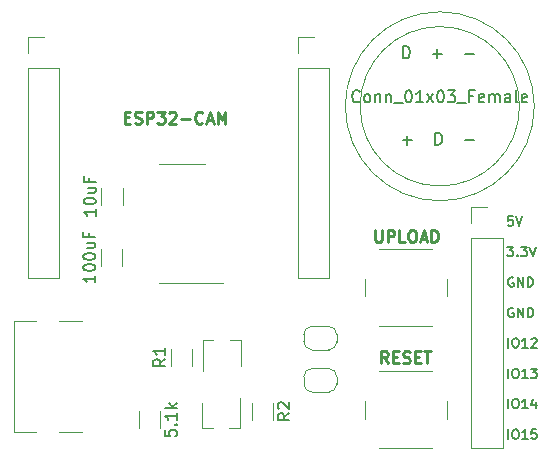
<source format=gbr>
%TF.GenerationSoftware,KiCad,Pcbnew,(6.0.2)*%
%TF.CreationDate,2023-02-15T15:55:09+01:00*%
%TF.ProjectId,usb,7573622e-6b69-4636-9164-5f7063625858,rev?*%
%TF.SameCoordinates,Original*%
%TF.FileFunction,Legend,Top*%
%TF.FilePolarity,Positive*%
%FSLAX46Y46*%
G04 Gerber Fmt 4.6, Leading zero omitted, Abs format (unit mm)*
G04 Created by KiCad (PCBNEW (6.0.2)) date 2023-02-15 15:55:09*
%MOMM*%
%LPD*%
G01*
G04 APERTURE LIST*
%ADD10C,0.150000*%
%ADD11C,0.250000*%
%ADD12C,0.120000*%
G04 APERTURE END LIST*
D10*
X83986190Y-117401428D02*
X84748095Y-117401428D01*
X84367142Y-117782380D02*
X84367142Y-117020476D01*
X86748095Y-117782380D02*
X86748095Y-116782380D01*
X86986190Y-116782380D01*
X87129047Y-116830000D01*
X87224285Y-116925238D01*
X87271904Y-117020476D01*
X87319523Y-117210952D01*
X87319523Y-117353809D01*
X87271904Y-117544285D01*
X87224285Y-117639523D01*
X87129047Y-117734761D01*
X86986190Y-117782380D01*
X86748095Y-117782380D01*
X89271904Y-117401428D02*
X90033809Y-117401428D01*
X84006190Y-110462380D02*
X84006190Y-109462380D01*
X84244285Y-109462380D01*
X84387142Y-109510000D01*
X84482380Y-109605238D01*
X84530000Y-109700476D01*
X84577619Y-109890952D01*
X84577619Y-110033809D01*
X84530000Y-110224285D01*
X84482380Y-110319523D01*
X84387142Y-110414761D01*
X84244285Y-110462380D01*
X84006190Y-110462380D01*
X86530000Y-110081428D02*
X87291904Y-110081428D01*
X86910952Y-110462380D02*
X86910952Y-109700476D01*
X89291904Y-110081428D02*
X90053809Y-110081428D01*
X93298928Y-123855904D02*
X92917976Y-123855904D01*
X92879880Y-124236857D01*
X92917976Y-124198761D01*
X92994166Y-124160666D01*
X93184642Y-124160666D01*
X93260833Y-124198761D01*
X93298928Y-124236857D01*
X93337023Y-124313047D01*
X93337023Y-124503523D01*
X93298928Y-124579714D01*
X93260833Y-124617809D01*
X93184642Y-124655904D01*
X92994166Y-124655904D01*
X92917976Y-124617809D01*
X92879880Y-124579714D01*
X93565595Y-123855904D02*
X93832261Y-124655904D01*
X94098928Y-123855904D01*
X92841785Y-126431904D02*
X93337023Y-126431904D01*
X93070357Y-126736666D01*
X93184642Y-126736666D01*
X93260833Y-126774761D01*
X93298928Y-126812857D01*
X93337023Y-126889047D01*
X93337023Y-127079523D01*
X93298928Y-127155714D01*
X93260833Y-127193809D01*
X93184642Y-127231904D01*
X92956071Y-127231904D01*
X92879880Y-127193809D01*
X92841785Y-127155714D01*
X93679880Y-127155714D02*
X93717976Y-127193809D01*
X93679880Y-127231904D01*
X93641785Y-127193809D01*
X93679880Y-127155714D01*
X93679880Y-127231904D01*
X93984642Y-126431904D02*
X94479880Y-126431904D01*
X94213214Y-126736666D01*
X94327500Y-126736666D01*
X94403690Y-126774761D01*
X94441785Y-126812857D01*
X94479880Y-126889047D01*
X94479880Y-127079523D01*
X94441785Y-127155714D01*
X94403690Y-127193809D01*
X94327500Y-127231904D01*
X94098928Y-127231904D01*
X94022738Y-127193809D01*
X93984642Y-127155714D01*
X94708452Y-126431904D02*
X94975119Y-127231904D01*
X95241785Y-126431904D01*
X93337023Y-129046000D02*
X93260833Y-129007904D01*
X93146547Y-129007904D01*
X93032261Y-129046000D01*
X92956071Y-129122190D01*
X92917976Y-129198380D01*
X92879880Y-129350761D01*
X92879880Y-129465047D01*
X92917976Y-129617428D01*
X92956071Y-129693619D01*
X93032261Y-129769809D01*
X93146547Y-129807904D01*
X93222738Y-129807904D01*
X93337023Y-129769809D01*
X93375119Y-129731714D01*
X93375119Y-129465047D01*
X93222738Y-129465047D01*
X93717976Y-129807904D02*
X93717976Y-129007904D01*
X94175119Y-129807904D01*
X94175119Y-129007904D01*
X94556071Y-129807904D02*
X94556071Y-129007904D01*
X94746547Y-129007904D01*
X94860833Y-129046000D01*
X94937023Y-129122190D01*
X94975119Y-129198380D01*
X95013214Y-129350761D01*
X95013214Y-129465047D01*
X94975119Y-129617428D01*
X94937023Y-129693619D01*
X94860833Y-129769809D01*
X94746547Y-129807904D01*
X94556071Y-129807904D01*
X93337023Y-131622000D02*
X93260833Y-131583904D01*
X93146547Y-131583904D01*
X93032261Y-131622000D01*
X92956071Y-131698190D01*
X92917976Y-131774380D01*
X92879880Y-131926761D01*
X92879880Y-132041047D01*
X92917976Y-132193428D01*
X92956071Y-132269619D01*
X93032261Y-132345809D01*
X93146547Y-132383904D01*
X93222738Y-132383904D01*
X93337023Y-132345809D01*
X93375119Y-132307714D01*
X93375119Y-132041047D01*
X93222738Y-132041047D01*
X93717976Y-132383904D02*
X93717976Y-131583904D01*
X94175119Y-132383904D01*
X94175119Y-131583904D01*
X94556071Y-132383904D02*
X94556071Y-131583904D01*
X94746547Y-131583904D01*
X94860833Y-131622000D01*
X94937023Y-131698190D01*
X94975119Y-131774380D01*
X95013214Y-131926761D01*
X95013214Y-132041047D01*
X94975119Y-132193428D01*
X94937023Y-132269619D01*
X94860833Y-132345809D01*
X94746547Y-132383904D01*
X94556071Y-132383904D01*
X92917976Y-134959904D02*
X92917976Y-134159904D01*
X93451309Y-134159904D02*
X93603690Y-134159904D01*
X93679880Y-134198000D01*
X93756071Y-134274190D01*
X93794166Y-134426571D01*
X93794166Y-134693238D01*
X93756071Y-134845619D01*
X93679880Y-134921809D01*
X93603690Y-134959904D01*
X93451309Y-134959904D01*
X93375119Y-134921809D01*
X93298928Y-134845619D01*
X93260833Y-134693238D01*
X93260833Y-134426571D01*
X93298928Y-134274190D01*
X93375119Y-134198000D01*
X93451309Y-134159904D01*
X94556071Y-134959904D02*
X94098928Y-134959904D01*
X94327500Y-134959904D02*
X94327500Y-134159904D01*
X94251309Y-134274190D01*
X94175119Y-134350380D01*
X94098928Y-134388476D01*
X94860833Y-134236095D02*
X94898928Y-134198000D01*
X94975119Y-134159904D01*
X95165595Y-134159904D01*
X95241785Y-134198000D01*
X95279880Y-134236095D01*
X95317976Y-134312285D01*
X95317976Y-134388476D01*
X95279880Y-134502761D01*
X94822738Y-134959904D01*
X95317976Y-134959904D01*
X92917976Y-137535904D02*
X92917976Y-136735904D01*
X93451309Y-136735904D02*
X93603690Y-136735904D01*
X93679880Y-136774000D01*
X93756071Y-136850190D01*
X93794166Y-137002571D01*
X93794166Y-137269238D01*
X93756071Y-137421619D01*
X93679880Y-137497809D01*
X93603690Y-137535904D01*
X93451309Y-137535904D01*
X93375119Y-137497809D01*
X93298928Y-137421619D01*
X93260833Y-137269238D01*
X93260833Y-137002571D01*
X93298928Y-136850190D01*
X93375119Y-136774000D01*
X93451309Y-136735904D01*
X94556071Y-137535904D02*
X94098928Y-137535904D01*
X94327500Y-137535904D02*
X94327500Y-136735904D01*
X94251309Y-136850190D01*
X94175119Y-136926380D01*
X94098928Y-136964476D01*
X94822738Y-136735904D02*
X95317976Y-136735904D01*
X95051309Y-137040666D01*
X95165595Y-137040666D01*
X95241785Y-137078761D01*
X95279880Y-137116857D01*
X95317976Y-137193047D01*
X95317976Y-137383523D01*
X95279880Y-137459714D01*
X95241785Y-137497809D01*
X95165595Y-137535904D01*
X94937023Y-137535904D01*
X94860833Y-137497809D01*
X94822738Y-137459714D01*
X92917976Y-140111904D02*
X92917976Y-139311904D01*
X93451309Y-139311904D02*
X93603690Y-139311904D01*
X93679880Y-139350000D01*
X93756071Y-139426190D01*
X93794166Y-139578571D01*
X93794166Y-139845238D01*
X93756071Y-139997619D01*
X93679880Y-140073809D01*
X93603690Y-140111904D01*
X93451309Y-140111904D01*
X93375119Y-140073809D01*
X93298928Y-139997619D01*
X93260833Y-139845238D01*
X93260833Y-139578571D01*
X93298928Y-139426190D01*
X93375119Y-139350000D01*
X93451309Y-139311904D01*
X94556071Y-140111904D02*
X94098928Y-140111904D01*
X94327500Y-140111904D02*
X94327500Y-139311904D01*
X94251309Y-139426190D01*
X94175119Y-139502380D01*
X94098928Y-139540476D01*
X95241785Y-139578571D02*
X95241785Y-140111904D01*
X95051309Y-139273809D02*
X94860833Y-139845238D01*
X95356071Y-139845238D01*
X92917976Y-142687904D02*
X92917976Y-141887904D01*
X93451309Y-141887904D02*
X93603690Y-141887904D01*
X93679880Y-141926000D01*
X93756071Y-142002190D01*
X93794166Y-142154571D01*
X93794166Y-142421238D01*
X93756071Y-142573619D01*
X93679880Y-142649809D01*
X93603690Y-142687904D01*
X93451309Y-142687904D01*
X93375119Y-142649809D01*
X93298928Y-142573619D01*
X93260833Y-142421238D01*
X93260833Y-142154571D01*
X93298928Y-142002190D01*
X93375119Y-141926000D01*
X93451309Y-141887904D01*
X94556071Y-142687904D02*
X94098928Y-142687904D01*
X94327500Y-142687904D02*
X94327500Y-141887904D01*
X94251309Y-142002190D01*
X94175119Y-142078380D01*
X94098928Y-142116476D01*
X95279880Y-141887904D02*
X94898928Y-141887904D01*
X94860833Y-142268857D01*
X94898928Y-142230761D01*
X94975119Y-142192666D01*
X95165595Y-142192666D01*
X95241785Y-142230761D01*
X95279880Y-142268857D01*
X95317976Y-142345047D01*
X95317976Y-142535523D01*
X95279880Y-142611714D01*
X95241785Y-142649809D01*
X95165595Y-142687904D01*
X94975119Y-142687904D01*
X94898928Y-142649809D01*
X94860833Y-142611714D01*
D11*
X81647142Y-125022380D02*
X81647142Y-125831904D01*
X81694761Y-125927142D01*
X81742380Y-125974761D01*
X81837619Y-126022380D01*
X82028095Y-126022380D01*
X82123333Y-125974761D01*
X82170952Y-125927142D01*
X82218571Y-125831904D01*
X82218571Y-125022380D01*
X82694761Y-126022380D02*
X82694761Y-125022380D01*
X83075714Y-125022380D01*
X83170952Y-125070000D01*
X83218571Y-125117619D01*
X83266190Y-125212857D01*
X83266190Y-125355714D01*
X83218571Y-125450952D01*
X83170952Y-125498571D01*
X83075714Y-125546190D01*
X82694761Y-125546190D01*
X84170952Y-126022380D02*
X83694761Y-126022380D01*
X83694761Y-125022380D01*
X84694761Y-125022380D02*
X84885238Y-125022380D01*
X84980476Y-125070000D01*
X85075714Y-125165238D01*
X85123333Y-125355714D01*
X85123333Y-125689047D01*
X85075714Y-125879523D01*
X84980476Y-125974761D01*
X84885238Y-126022380D01*
X84694761Y-126022380D01*
X84599523Y-125974761D01*
X84504285Y-125879523D01*
X84456666Y-125689047D01*
X84456666Y-125355714D01*
X84504285Y-125165238D01*
X84599523Y-125070000D01*
X84694761Y-125022380D01*
X85504285Y-125736666D02*
X85980476Y-125736666D01*
X85409047Y-126022380D02*
X85742380Y-125022380D01*
X86075714Y-126022380D01*
X86409047Y-126022380D02*
X86409047Y-125022380D01*
X86647142Y-125022380D01*
X86790000Y-125070000D01*
X86885238Y-125165238D01*
X86932857Y-125260476D01*
X86980476Y-125450952D01*
X86980476Y-125593809D01*
X86932857Y-125784285D01*
X86885238Y-125879523D01*
X86790000Y-125974761D01*
X86647142Y-126022380D01*
X86409047Y-126022380D01*
X82727619Y-136272380D02*
X82394285Y-135796190D01*
X82156190Y-136272380D02*
X82156190Y-135272380D01*
X82537142Y-135272380D01*
X82632380Y-135320000D01*
X82680000Y-135367619D01*
X82727619Y-135462857D01*
X82727619Y-135605714D01*
X82680000Y-135700952D01*
X82632380Y-135748571D01*
X82537142Y-135796190D01*
X82156190Y-135796190D01*
X83156190Y-135748571D02*
X83489523Y-135748571D01*
X83632380Y-136272380D02*
X83156190Y-136272380D01*
X83156190Y-135272380D01*
X83632380Y-135272380D01*
X84013333Y-136224761D02*
X84156190Y-136272380D01*
X84394285Y-136272380D01*
X84489523Y-136224761D01*
X84537142Y-136177142D01*
X84584761Y-136081904D01*
X84584761Y-135986666D01*
X84537142Y-135891428D01*
X84489523Y-135843809D01*
X84394285Y-135796190D01*
X84203809Y-135748571D01*
X84108571Y-135700952D01*
X84060952Y-135653333D01*
X84013333Y-135558095D01*
X84013333Y-135462857D01*
X84060952Y-135367619D01*
X84108571Y-135320000D01*
X84203809Y-135272380D01*
X84441904Y-135272380D01*
X84584761Y-135320000D01*
X85013333Y-135748571D02*
X85346666Y-135748571D01*
X85489523Y-136272380D02*
X85013333Y-136272380D01*
X85013333Y-135272380D01*
X85489523Y-135272380D01*
X85775238Y-135272380D02*
X86346666Y-135272380D01*
X86060952Y-136272380D02*
X86060952Y-135272380D01*
X60448095Y-115478571D02*
X60781428Y-115478571D01*
X60924285Y-116002380D02*
X60448095Y-116002380D01*
X60448095Y-115002380D01*
X60924285Y-115002380D01*
X61305238Y-115954761D02*
X61448095Y-116002380D01*
X61686190Y-116002380D01*
X61781428Y-115954761D01*
X61829047Y-115907142D01*
X61876666Y-115811904D01*
X61876666Y-115716666D01*
X61829047Y-115621428D01*
X61781428Y-115573809D01*
X61686190Y-115526190D01*
X61495714Y-115478571D01*
X61400476Y-115430952D01*
X61352857Y-115383333D01*
X61305238Y-115288095D01*
X61305238Y-115192857D01*
X61352857Y-115097619D01*
X61400476Y-115050000D01*
X61495714Y-115002380D01*
X61733809Y-115002380D01*
X61876666Y-115050000D01*
X62305238Y-116002380D02*
X62305238Y-115002380D01*
X62686190Y-115002380D01*
X62781428Y-115050000D01*
X62829047Y-115097619D01*
X62876666Y-115192857D01*
X62876666Y-115335714D01*
X62829047Y-115430952D01*
X62781428Y-115478571D01*
X62686190Y-115526190D01*
X62305238Y-115526190D01*
X63210000Y-115002380D02*
X63829047Y-115002380D01*
X63495714Y-115383333D01*
X63638571Y-115383333D01*
X63733809Y-115430952D01*
X63781428Y-115478571D01*
X63829047Y-115573809D01*
X63829047Y-115811904D01*
X63781428Y-115907142D01*
X63733809Y-115954761D01*
X63638571Y-116002380D01*
X63352857Y-116002380D01*
X63257619Y-115954761D01*
X63210000Y-115907142D01*
X64210000Y-115097619D02*
X64257619Y-115050000D01*
X64352857Y-115002380D01*
X64590952Y-115002380D01*
X64686190Y-115050000D01*
X64733809Y-115097619D01*
X64781428Y-115192857D01*
X64781428Y-115288095D01*
X64733809Y-115430952D01*
X64162380Y-116002380D01*
X64781428Y-116002380D01*
X65210000Y-115621428D02*
X65971904Y-115621428D01*
X67019523Y-115907142D02*
X66971904Y-115954761D01*
X66829047Y-116002380D01*
X66733809Y-116002380D01*
X66590952Y-115954761D01*
X66495714Y-115859523D01*
X66448095Y-115764285D01*
X66400476Y-115573809D01*
X66400476Y-115430952D01*
X66448095Y-115240476D01*
X66495714Y-115145238D01*
X66590952Y-115050000D01*
X66733809Y-115002380D01*
X66829047Y-115002380D01*
X66971904Y-115050000D01*
X67019523Y-115097619D01*
X67400476Y-115716666D02*
X67876666Y-115716666D01*
X67305238Y-116002380D02*
X67638571Y-115002380D01*
X67971904Y-116002380D01*
X68305238Y-116002380D02*
X68305238Y-115002380D01*
X68638571Y-115716666D01*
X68971904Y-115002380D01*
X68971904Y-116002380D01*
D10*
%TO.C,J4*%
X80324285Y-114097142D02*
X80276666Y-114144761D01*
X80133809Y-114192380D01*
X80038571Y-114192380D01*
X79895714Y-114144761D01*
X79800476Y-114049523D01*
X79752857Y-113954285D01*
X79705238Y-113763809D01*
X79705238Y-113620952D01*
X79752857Y-113430476D01*
X79800476Y-113335238D01*
X79895714Y-113240000D01*
X80038571Y-113192380D01*
X80133809Y-113192380D01*
X80276666Y-113240000D01*
X80324285Y-113287619D01*
X80895714Y-114192380D02*
X80800476Y-114144761D01*
X80752857Y-114097142D01*
X80705238Y-114001904D01*
X80705238Y-113716190D01*
X80752857Y-113620952D01*
X80800476Y-113573333D01*
X80895714Y-113525714D01*
X81038571Y-113525714D01*
X81133809Y-113573333D01*
X81181428Y-113620952D01*
X81229047Y-113716190D01*
X81229047Y-114001904D01*
X81181428Y-114097142D01*
X81133809Y-114144761D01*
X81038571Y-114192380D01*
X80895714Y-114192380D01*
X81657619Y-113525714D02*
X81657619Y-114192380D01*
X81657619Y-113620952D02*
X81705238Y-113573333D01*
X81800476Y-113525714D01*
X81943333Y-113525714D01*
X82038571Y-113573333D01*
X82086190Y-113668571D01*
X82086190Y-114192380D01*
X82562380Y-113525714D02*
X82562380Y-114192380D01*
X82562380Y-113620952D02*
X82610000Y-113573333D01*
X82705238Y-113525714D01*
X82848095Y-113525714D01*
X82943333Y-113573333D01*
X82990952Y-113668571D01*
X82990952Y-114192380D01*
X83229047Y-114287619D02*
X83990952Y-114287619D01*
X84419523Y-113192380D02*
X84514761Y-113192380D01*
X84610000Y-113240000D01*
X84657619Y-113287619D01*
X84705238Y-113382857D01*
X84752857Y-113573333D01*
X84752857Y-113811428D01*
X84705238Y-114001904D01*
X84657619Y-114097142D01*
X84610000Y-114144761D01*
X84514761Y-114192380D01*
X84419523Y-114192380D01*
X84324285Y-114144761D01*
X84276666Y-114097142D01*
X84229047Y-114001904D01*
X84181428Y-113811428D01*
X84181428Y-113573333D01*
X84229047Y-113382857D01*
X84276666Y-113287619D01*
X84324285Y-113240000D01*
X84419523Y-113192380D01*
X85705238Y-114192380D02*
X85133809Y-114192380D01*
X85419523Y-114192380D02*
X85419523Y-113192380D01*
X85324285Y-113335238D01*
X85229047Y-113430476D01*
X85133809Y-113478095D01*
X86038571Y-114192380D02*
X86562380Y-113525714D01*
X86038571Y-113525714D02*
X86562380Y-114192380D01*
X87133809Y-113192380D02*
X87229047Y-113192380D01*
X87324285Y-113240000D01*
X87371904Y-113287619D01*
X87419523Y-113382857D01*
X87467142Y-113573333D01*
X87467142Y-113811428D01*
X87419523Y-114001904D01*
X87371904Y-114097142D01*
X87324285Y-114144761D01*
X87229047Y-114192380D01*
X87133809Y-114192380D01*
X87038571Y-114144761D01*
X86990952Y-114097142D01*
X86943333Y-114001904D01*
X86895714Y-113811428D01*
X86895714Y-113573333D01*
X86943333Y-113382857D01*
X86990952Y-113287619D01*
X87038571Y-113240000D01*
X87133809Y-113192380D01*
X87800476Y-113192380D02*
X88419523Y-113192380D01*
X88086190Y-113573333D01*
X88229047Y-113573333D01*
X88324285Y-113620952D01*
X88371904Y-113668571D01*
X88419523Y-113763809D01*
X88419523Y-114001904D01*
X88371904Y-114097142D01*
X88324285Y-114144761D01*
X88229047Y-114192380D01*
X87943333Y-114192380D01*
X87848095Y-114144761D01*
X87800476Y-114097142D01*
X88610000Y-114287619D02*
X89371904Y-114287619D01*
X89943333Y-113668571D02*
X89610000Y-113668571D01*
X89610000Y-114192380D02*
X89610000Y-113192380D01*
X90086190Y-113192380D01*
X90848095Y-114144761D02*
X90752857Y-114192380D01*
X90562380Y-114192380D01*
X90467142Y-114144761D01*
X90419523Y-114049523D01*
X90419523Y-113668571D01*
X90467142Y-113573333D01*
X90562380Y-113525714D01*
X90752857Y-113525714D01*
X90848095Y-113573333D01*
X90895714Y-113668571D01*
X90895714Y-113763809D01*
X90419523Y-113859047D01*
X91324285Y-114192380D02*
X91324285Y-113525714D01*
X91324285Y-113620952D02*
X91371904Y-113573333D01*
X91467142Y-113525714D01*
X91610000Y-113525714D01*
X91705238Y-113573333D01*
X91752857Y-113668571D01*
X91752857Y-114192380D01*
X91752857Y-113668571D02*
X91800476Y-113573333D01*
X91895714Y-113525714D01*
X92038571Y-113525714D01*
X92133809Y-113573333D01*
X92181428Y-113668571D01*
X92181428Y-114192380D01*
X93086190Y-114192380D02*
X93086190Y-113668571D01*
X93038571Y-113573333D01*
X92943333Y-113525714D01*
X92752857Y-113525714D01*
X92657619Y-113573333D01*
X93086190Y-114144761D02*
X92990952Y-114192380D01*
X92752857Y-114192380D01*
X92657619Y-114144761D01*
X92610000Y-114049523D01*
X92610000Y-113954285D01*
X92657619Y-113859047D01*
X92752857Y-113811428D01*
X92990952Y-113811428D01*
X93086190Y-113763809D01*
X93705238Y-114192380D02*
X93610000Y-114144761D01*
X93562380Y-114049523D01*
X93562380Y-113192380D01*
X94467142Y-114144761D02*
X94371904Y-114192380D01*
X94181428Y-114192380D01*
X94086190Y-114144761D01*
X94038571Y-114049523D01*
X94038571Y-113668571D01*
X94086190Y-113573333D01*
X94181428Y-113525714D01*
X94371904Y-113525714D01*
X94467142Y-113573333D01*
X94514761Y-113668571D01*
X94514761Y-113763809D01*
X94038571Y-113859047D01*
%TO.C,C3*%
X57932380Y-128857619D02*
X57932380Y-129429047D01*
X57932380Y-129143333D02*
X56932380Y-129143333D01*
X57075238Y-129238571D01*
X57170476Y-129333809D01*
X57218095Y-129429047D01*
X56932380Y-128238571D02*
X56932380Y-128143333D01*
X56980000Y-128048095D01*
X57027619Y-128000476D01*
X57122857Y-127952857D01*
X57313333Y-127905238D01*
X57551428Y-127905238D01*
X57741904Y-127952857D01*
X57837142Y-128000476D01*
X57884761Y-128048095D01*
X57932380Y-128143333D01*
X57932380Y-128238571D01*
X57884761Y-128333809D01*
X57837142Y-128381428D01*
X57741904Y-128429047D01*
X57551428Y-128476666D01*
X57313333Y-128476666D01*
X57122857Y-128429047D01*
X57027619Y-128381428D01*
X56980000Y-128333809D01*
X56932380Y-128238571D01*
X56932380Y-127286190D02*
X56932380Y-127190952D01*
X56980000Y-127095714D01*
X57027619Y-127048095D01*
X57122857Y-127000476D01*
X57313333Y-126952857D01*
X57551428Y-126952857D01*
X57741904Y-127000476D01*
X57837142Y-127048095D01*
X57884761Y-127095714D01*
X57932380Y-127190952D01*
X57932380Y-127286190D01*
X57884761Y-127381428D01*
X57837142Y-127429047D01*
X57741904Y-127476666D01*
X57551428Y-127524285D01*
X57313333Y-127524285D01*
X57122857Y-127476666D01*
X57027619Y-127429047D01*
X56980000Y-127381428D01*
X56932380Y-127286190D01*
X57265714Y-126095714D02*
X57932380Y-126095714D01*
X57265714Y-126524285D02*
X57789523Y-126524285D01*
X57884761Y-126476666D01*
X57932380Y-126381428D01*
X57932380Y-126238571D01*
X57884761Y-126143333D01*
X57837142Y-126095714D01*
X57408571Y-125286190D02*
X57408571Y-125619523D01*
X57932380Y-125619523D02*
X56932380Y-125619523D01*
X56932380Y-125143333D01*
%TO.C,R4*%
X63832380Y-141960952D02*
X63832380Y-142437142D01*
X64308571Y-142484761D01*
X64260952Y-142437142D01*
X64213333Y-142341904D01*
X64213333Y-142103809D01*
X64260952Y-142008571D01*
X64308571Y-141960952D01*
X64403809Y-141913333D01*
X64641904Y-141913333D01*
X64737142Y-141960952D01*
X64784761Y-142008571D01*
X64832380Y-142103809D01*
X64832380Y-142341904D01*
X64784761Y-142437142D01*
X64737142Y-142484761D01*
X64737142Y-141484761D02*
X64784761Y-141437142D01*
X64832380Y-141484761D01*
X64784761Y-141532380D01*
X64737142Y-141484761D01*
X64832380Y-141484761D01*
X64832380Y-140484761D02*
X64832380Y-141056190D01*
X64832380Y-140770476D02*
X63832380Y-140770476D01*
X63975238Y-140865714D01*
X64070476Y-140960952D01*
X64118095Y-141056190D01*
X64832380Y-140056190D02*
X63832380Y-140056190D01*
X64451428Y-139960952D02*
X64832380Y-139675238D01*
X64165714Y-139675238D02*
X64546666Y-140056190D01*
%TO.C,R2*%
X74392380Y-140526666D02*
X73916190Y-140860000D01*
X74392380Y-141098095D02*
X73392380Y-141098095D01*
X73392380Y-140717142D01*
X73440000Y-140621904D01*
X73487619Y-140574285D01*
X73582857Y-140526666D01*
X73725714Y-140526666D01*
X73820952Y-140574285D01*
X73868571Y-140621904D01*
X73916190Y-140717142D01*
X73916190Y-141098095D01*
X73487619Y-140145714D02*
X73440000Y-140098095D01*
X73392380Y-140002857D01*
X73392380Y-139764761D01*
X73440000Y-139669523D01*
X73487619Y-139621904D01*
X73582857Y-139574285D01*
X73678095Y-139574285D01*
X73820952Y-139621904D01*
X74392380Y-140193333D01*
X74392380Y-139574285D01*
%TO.C,R1*%
X63872380Y-135946666D02*
X63396190Y-136280000D01*
X63872380Y-136518095D02*
X62872380Y-136518095D01*
X62872380Y-136137142D01*
X62920000Y-136041904D01*
X62967619Y-135994285D01*
X63062857Y-135946666D01*
X63205714Y-135946666D01*
X63300952Y-135994285D01*
X63348571Y-136041904D01*
X63396190Y-136137142D01*
X63396190Y-136518095D01*
X63872380Y-134994285D02*
X63872380Y-135565714D01*
X63872380Y-135280000D02*
X62872380Y-135280000D01*
X63015238Y-135375238D01*
X63110476Y-135470476D01*
X63158095Y-135565714D01*
%TO.C,C4*%
X57972380Y-123221428D02*
X57972380Y-123792857D01*
X57972380Y-123507142D02*
X56972380Y-123507142D01*
X57115238Y-123602380D01*
X57210476Y-123697619D01*
X57258095Y-123792857D01*
X56972380Y-122602380D02*
X56972380Y-122507142D01*
X57020000Y-122411904D01*
X57067619Y-122364285D01*
X57162857Y-122316666D01*
X57353333Y-122269047D01*
X57591428Y-122269047D01*
X57781904Y-122316666D01*
X57877142Y-122364285D01*
X57924761Y-122411904D01*
X57972380Y-122507142D01*
X57972380Y-122602380D01*
X57924761Y-122697619D01*
X57877142Y-122745238D01*
X57781904Y-122792857D01*
X57591428Y-122840476D01*
X57353333Y-122840476D01*
X57162857Y-122792857D01*
X57067619Y-122745238D01*
X57020000Y-122697619D01*
X56972380Y-122602380D01*
X57305714Y-121411904D02*
X57972380Y-121411904D01*
X57305714Y-121840476D02*
X57829523Y-121840476D01*
X57924761Y-121792857D01*
X57972380Y-121697619D01*
X57972380Y-121554761D01*
X57924761Y-121459523D01*
X57877142Y-121411904D01*
X57448571Y-120602380D02*
X57448571Y-120935714D01*
X57972380Y-120935714D02*
X56972380Y-120935714D01*
X56972380Y-120459523D01*
D12*
%TO.C,J4*%
X95120000Y-114530000D02*
G75*
G03*
X95120000Y-114530000I-8000000J0D01*
G01*
X93870000Y-114530000D02*
G75*
G03*
X93870000Y-114530000I-6750000J0D01*
G01*
%TO.C,JP2*%
X76300000Y-133150000D02*
X77700000Y-133150000D01*
X77700000Y-135150000D02*
X76300000Y-135150000D01*
X78400000Y-133850000D02*
X78400000Y-134450000D01*
X75600000Y-134450000D02*
X75600000Y-133850000D01*
X78400000Y-133850000D02*
G75*
G03*
X77700000Y-133150000I-699999J1D01*
G01*
X76300000Y-133150000D02*
G75*
G03*
X75600000Y-133850000I-1J-699999D01*
G01*
X75600000Y-134450000D02*
G75*
G03*
X76300000Y-135150000I699999J-1D01*
G01*
X77700000Y-135150000D02*
G75*
G03*
X78400000Y-134450000I1J699999D01*
G01*
%TO.C,JP1*%
X76300000Y-136730000D02*
X77700000Y-136730000D01*
X77700000Y-138730000D02*
X76300000Y-138730000D01*
X78400000Y-137430000D02*
X78400000Y-138030000D01*
X75600000Y-138030000D02*
X75600000Y-137430000D01*
X78400000Y-137430000D02*
G75*
G03*
X77700000Y-136730000I-699999J1D01*
G01*
X76300000Y-136730000D02*
G75*
G03*
X75600000Y-137430000I-1J-699999D01*
G01*
X75600000Y-138030000D02*
G75*
G03*
X76300000Y-138730000I699999J-1D01*
G01*
X77700000Y-138730000D02*
G75*
G03*
X78400000Y-138030000I1J699999D01*
G01*
%TO.C,J5*%
X89800000Y-125650000D02*
X92460000Y-125650000D01*
X89800000Y-143490000D02*
X92460000Y-143490000D01*
X89800000Y-125650000D02*
X89800000Y-143490000D01*
X89800000Y-124380000D02*
X89800000Y-123050000D01*
X92460000Y-125650000D02*
X92460000Y-143490000D01*
X89800000Y-123050000D02*
X91130000Y-123050000D01*
%TO.C,C3*%
X60240000Y-126598748D02*
X60240000Y-128021252D01*
X58420000Y-126598748D02*
X58420000Y-128021252D01*
%TO.C,R4*%
X61650000Y-141807064D02*
X61650000Y-140352936D01*
X63470000Y-141807064D02*
X63470000Y-140352936D01*
%TO.C,J3*%
X52955000Y-142120000D02*
X51055000Y-142120000D01*
X56855000Y-142120000D02*
X54855000Y-142120000D01*
X52955000Y-132720000D02*
X51055000Y-132720000D01*
X51055000Y-132720000D02*
X51055000Y-142120000D01*
X56855000Y-132720000D02*
X54855000Y-132720000D01*
%TO.C,U1*%
X65320000Y-119390000D02*
X63370000Y-119390000D01*
X65320000Y-129510000D02*
X68770000Y-129510000D01*
X65320000Y-129510000D02*
X63370000Y-129510000D01*
X65320000Y-119390000D02*
X67270000Y-119390000D01*
%TO.C,Q2*%
X70250000Y-136485000D02*
X70250000Y-134335000D01*
X67030000Y-134335000D02*
X67940000Y-134335000D01*
X67030000Y-136910000D02*
X67030000Y-134335000D01*
X69340000Y-134335000D02*
X70250000Y-134335000D01*
%TO.C,R2*%
X73030000Y-139632936D02*
X73030000Y-141087064D01*
X71210000Y-139632936D02*
X71210000Y-141087064D01*
%TO.C,Q1*%
X66980000Y-139635000D02*
X66980000Y-141785000D01*
X70200000Y-141785000D02*
X69290000Y-141785000D01*
X70200000Y-139210000D02*
X70200000Y-141785000D01*
X67890000Y-141785000D02*
X66980000Y-141785000D01*
%TO.C,R1*%
X64330000Y-136507064D02*
X64330000Y-135052936D01*
X66150000Y-136507064D02*
X66150000Y-135052936D01*
%TO.C,C4*%
X60280000Y-121438748D02*
X60280000Y-122861252D01*
X58460000Y-121438748D02*
X58460000Y-122861252D01*
%TO.C,J1*%
X52240000Y-110000000D02*
X52240000Y-108670000D01*
X52240000Y-111270000D02*
X52240000Y-129110000D01*
X52240000Y-111270000D02*
X54900000Y-111270000D01*
X54900000Y-111270000D02*
X54900000Y-129110000D01*
X52240000Y-129110000D02*
X54900000Y-129110000D01*
X52240000Y-108670000D02*
X53570000Y-108670000D01*
%TO.C,SW1*%
X82000000Y-133120000D02*
X86500000Y-133120000D01*
X80750000Y-129120000D02*
X80750000Y-130620000D01*
X87750000Y-130620000D02*
X87750000Y-129120000D01*
X86500000Y-126620000D02*
X82000000Y-126620000D01*
%TO.C,J2*%
X75100000Y-110000000D02*
X75100000Y-108670000D01*
X75100000Y-111270000D02*
X77760000Y-111270000D01*
X75100000Y-108670000D02*
X76430000Y-108670000D01*
X75100000Y-129110000D02*
X77760000Y-129110000D01*
X77760000Y-111270000D02*
X77760000Y-129110000D01*
X75100000Y-111270000D02*
X75100000Y-129110000D01*
%TO.C,SW2*%
X87750000Y-140970000D02*
X87750000Y-139470000D01*
X82000000Y-143470000D02*
X86500000Y-143470000D01*
X80750000Y-139470000D02*
X80750000Y-140970000D01*
X86500000Y-136970000D02*
X82000000Y-136970000D01*
%TD*%
M02*

</source>
